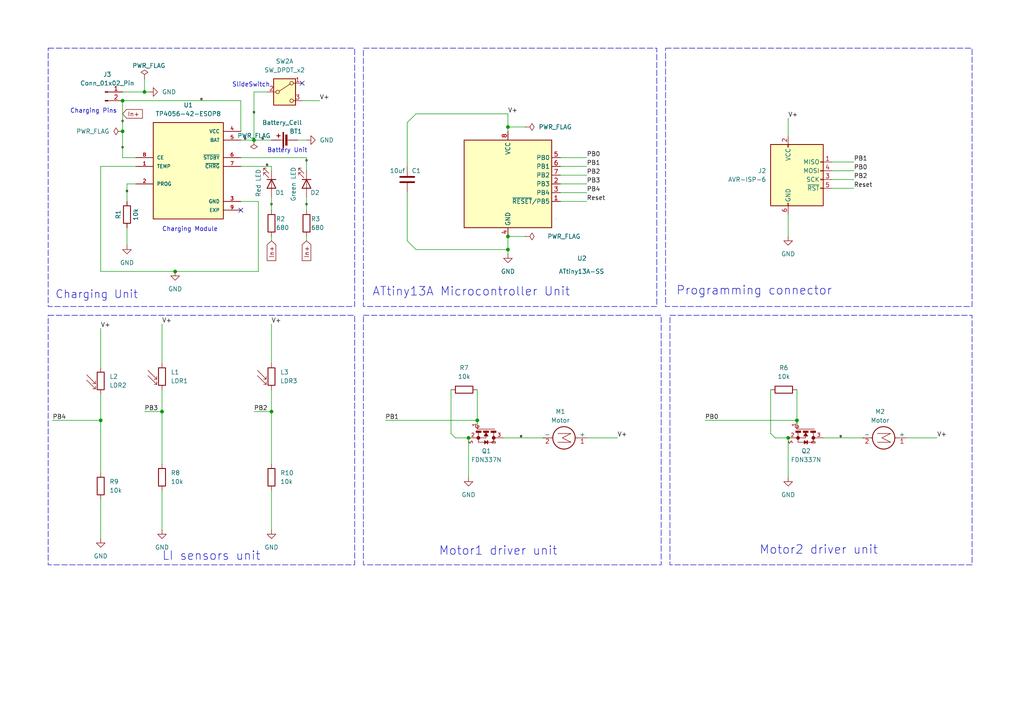
<source format=kicad_sch>
(kicad_sch (version 20231120) (generator "eeschema") (generator_version "8.0")
  (paper "A4")
  (lib_symbols
    (symbol "Connector:AVR-ISP-6" (pin_names (offset 1.016))
      (property "Reference" "J" (at -6.35 11.43 0))
      (property "Value" "AVR-ISP-6" (at 0 11.43 0))
      (symbol "AVR-ISP-6_0_1"
        (rectangle (start -2.667 -6.858) (end -2.413 -7.62))
        (rectangle (start -2.667 10.16) (end -2.413 9.398))
        (rectangle (start 7.62 -2.413) (end 6.858 -2.667))
        (rectangle (start 7.62 0.127) (end 6.858 -0.127))
        (rectangle (start 7.62 2.667) (end 6.858 2.413))
        (rectangle (start 7.62 5.207) (end 6.858 4.953))
        (rectangle (start 7.62 10.16) (end -7.62 -7.62) (stroke (width 0.254)) (fill (type background)))
      )
      (symbol "AVR-ISP-6_1_1"
        (pin passive line (at 10.16 5.08 180) (length 2.54) (name "MISO") (number "1"))
        (pin passive line (at -2.54 12.7 270) (length 2.54) (name "VCC") (number "2"))
        (pin passive line (at 10.16 0 180) (length 2.54) (name "SCK") (number "3"))
        (pin passive line (at 10.16 2.54 180) (length 2.54) (name "MOSI") (number "4"))
        (pin passive line (at 10.16 -2.54 180) (length 2.54) (name "~{RST}") (number "5"))
        (pin passive line (at -2.54 -10.16 90) (length 2.54) (name "GND") (number "6"))
      )
    )
    (symbol "Connector:Conn_01x02_Pin" (pin_names (offset 1.016) hide)
      (property "Reference" "J" (at 0 2.54 0))
      (property "Value" "Conn_01x02_Pin" (at 0 -5.08 0))
      (symbol "Conn_01x02_Pin_1_1"
        (polyline (pts (xy 1.27 -2.54) (xy 0.8636 -2.54)) (stroke (width 0.1524)))
        (polyline (pts (xy 1.27 0) (xy 0.8636 0)) (stroke (width 0.1524)))
        (rectangle (start 0.8636 -2.413) (end 0 -2.667) (stroke (width 0.1524)) (fill (type outline)))
        (rectangle (start 0.8636 0.127) (end 0 -0.127) (stroke (width 0.1524)) (fill (type outline)))
        (pin passive line (at 5.08 0 180) (length 3.81) (name "Pin_1") (number "1"))
        (pin passive line (at 5.08 -2.54 180) (length 3.81) (name "Pin_2") (number "2"))
      )
    )
    (symbol "Device:Battery_Cell" (pin_numbers hide) (pin_names (offset 0) hide)
      (property "Reference" "BT" (at 2.54 2.54 0))
      (property "Value" "Battery_Cell" (at 2.54 0 0))
      (symbol "Battery_Cell_0_1"
        (rectangle (start -2.286 1.778) (end 2.286 1.524) (fill (type outline)))
        (rectangle (start -1.524 1.016) (end 1.524 0.508) (fill (type outline)))
        (polyline (pts (xy 0 0.762) (xy 0 0)))
        (polyline (pts (xy 0 1.778) (xy 0 2.54)))
        (polyline (pts (xy 0.762 3.048) (xy 1.778 3.048)) (stroke (width 0.254)))
        (polyline (pts (xy 1.27 3.556) (xy 1.27 2.54)) (stroke (width 0.254)))
      )
      (symbol "Battery_Cell_1_1"
        (pin passive line (at 0 5.08 270) (length 2.54) (name "+") (number "1"))
        (pin passive line (at 0 -2.54 90) (length 2.54) (name "-") (number "2"))
      )
    )
    (symbol "Device:C" (pin_numbers hide) (pin_names (offset 0.254))
      (property "Reference" "C" (at 0.635 2.54 0))
      (property "Value" "C" (at 0.635 -2.54 0))
      (symbol "C_0_1"
        (polyline (pts (xy -2.032 -0.762) (xy 2.032 -0.762)) (stroke (width 0.508)))
        (polyline (pts (xy -2.032 0.762) (xy 2.032 0.762)) (stroke (width 0.508)))
      )
      (symbol "C_1_1"
        (pin passive line (at 0 3.81 270) (length 2.794) (name "~") (number "1"))
        (pin passive line (at 0 -3.81 90) (length 2.794) (name "~") (number "2"))
      )
    )
    (symbol "Device:LED" (pin_numbers hide) (pin_names (offset 1.016) hide)
      (property "Reference" "D" (at 0 2.54 0))
      (property "Value" "LED" (at 0 -2.54 0))
      (symbol "LED_0_1"
        (polyline (pts (xy -1.27 -1.27) (xy -1.27 1.27)) (stroke (width 0.254)))
        (polyline (pts (xy -1.27 0) (xy 1.27 0)))
        (polyline (pts (xy 1.27 -1.27) (xy 1.27 1.27) (xy -1.27 0) (xy 1.27 -1.27)) (stroke (width 0.254)))
        (polyline (pts (xy -3.048 -0.762) (xy -4.572 -2.286) (xy -3.81 -2.286) (xy -4.572 -2.286) (xy -4.572 -1.524)))
        (polyline (pts (xy -1.778 -0.762) (xy -3.302 -2.286) (xy -2.54 -2.286) (xy -3.302 -2.286) (xy -3.302 -1.524)))
      )
      (symbol "LED_1_1"
        (pin passive line (at -3.81 0 0) (length 2.54) (name "K") (number "1"))
        (pin passive line (at 3.81 0 180) (length 2.54) (name "A") (number "2"))
      )
    )
    (symbol "Device:R" (pin_numbers hide) (pin_names (offset 0))
      (property "Reference" "R" (at 2.032 0 90))
      (property "Value" "R" (at 0 0 90))
      (symbol "R_0_1"
        (rectangle (start -1.016 -2.54) (end 1.016 2.54) (stroke (width 0.254)))
      )
      (symbol "R_1_1"
        (pin passive line (at 0 3.81 270) (length 1.27) (name "~") (number "1"))
        (pin passive line (at 0 -3.81 90) (length 1.27) (name "~") (number "2"))
      )
    )
    (symbol "FDN337N_1" (pin_names (offset 1.016))
      (property "Reference" "Q" (at 2.5449 0 0))
      (property "Value" "FDN337N" (at 2.5436 -2.5436 0))
      (symbol "FDN337N_1_0_0"
        (rectangle (start -2.0351 -2.9254) (end -1.524 -1.397) (stroke (width 0.1)) (fill (type outline)))
        (rectangle (start -2.0346 -0.763) (end -1.524 0.762) (stroke (width 0.1)) (fill (type outline)))
        (rectangle (start -2.0321 1.3971) (end -1.524 2.921) (stroke (width 0.1)) (fill (type outline)))
        (circle (center 0 -2.2225) (radius 0.127) (stroke (width 0.4064)))
        (polyline (pts (xy -2.54 -2.54) (xy -2.54 2.54)) (stroke (width 0.1524)))
        (polyline (pts (xy -1.5875 -2.2225) (xy 0 -2.2225)) (stroke (width 0.1524)))
        (polyline (pts (xy -1.5875 2.2225) (xy 0 2.2225)) (stroke (width 0.1524)))
        (polyline (pts (xy -0.508 0) (xy 0 0)) (stroke (width 0.1524)))
        (polyline (pts (xy 0 -2.2225) (xy 0 -2.54)) (stroke (width 0.1524)))
        (polyline (pts (xy 0 0) (xy 0 -2.2225)) (stroke (width 0.1524)))
        (polyline (pts (xy 0 2.2225) (xy 1.27 2.2225)) (stroke (width 0.1524)))
        (polyline (pts (xy 0 2.54) (xy 0 2.2225)) (stroke (width 0.1524)))
        (polyline (pts (xy 1.27 -2.2225) (xy 0 -2.2225)) (stroke (width 0.1524)))
        (polyline (pts (xy 1.27 2.2225) (xy 1.27 -2.2225)) (stroke (width 0.1524)))
        (polyline (pts (xy -1.524 0) (xy -0.508 0.635) (xy -0.508 -0.635) (xy -1.524 0)) (stroke (width 0.1016)) (fill (type outline)))
        (polyline (pts (xy 1.27 0.3175) (xy 0.762 -0.4445) (xy 1.778 -0.4445) (xy 1.27 0.3175)) (stroke (width 0.1524)) (fill (type outline)))
        (circle (center 0 2.2225) (radius 0.127) (stroke (width 0.4064)))
        (rectangle (start 0.7624 0.3177) (end 1.778 0.5715) (stroke (width 0.1)) (fill (type outline)))
        (text "D" (at 0.6358 2.8612 0) (effects (font (size 1.0173 1.0173)) (justify left bottom)))
        (text "G" (at -3.8161 -1.908 0) (effects (font (size 1.0176 1.0176)) (justify left bottom)))
        (text "S" (at 0.6357 -3.8143 0) (effects (font (size 1.0172 1.0172)) (justify left bottom)))
        (pin passive line (at -5.08 -2.54 0) (length 2.54) (name "~") (number "1"))
        (pin passive line (at 0 -5.08 90) (length 2.54) (name "~") (number "2"))
        (pin passive line (at 0 5.08 270) (length 2.54) (name "~") (number "3"))
      )
    )
    (symbol "MCU_Microchip_ATtiny:ATtiny13A-SS"
      (property "Reference" "U" (at -12.7 13.97 0))
      (property "Value" "ATtiny13A-SS" (at 2.54 -13.97 0))
      (symbol "ATtiny13A-SS_0_1"
        (rectangle (start -12.7 -12.7) (end 12.7 12.7) (stroke (width 0.254)) (fill (type background)))
      )
      (symbol "ATtiny13A-SS_1_1"
        (pin bidirectional line (at 15.24 -5.08 180) (length 2.54) (name "~{RESET}/PB5") (number "1"))
        (pin bidirectional line (at 15.24 0 180) (length 2.54) (name "PB3") (number "2"))
        (pin bidirectional line (at 15.24 -2.54 180) (length 2.54) (name "PB4") (number "3"))
        (pin power_in line (at 0 -15.24 90) (length 2.54) (name "GND") (number "4"))
        (pin bidirectional line (at 15.24 7.62 180) (length 2.54) (name "PB0") (number "5"))
        (pin bidirectional line (at 15.24 5.08 180) (length 2.54) (name "PB1") (number "6"))
        (pin bidirectional line (at 15.24 2.54 180) (length 2.54) (name "PB2") (number "7"))
        (pin power_in line (at 0 15.24 270) (length 2.54) (name "VCC") (number "8"))
      )
    )
    (symbol "Motor:Motor_DC" (pin_names (offset 0))
      (property "Reference" "M" (at 2.54 2.54 0))
      (property "Value" "Motor_DC" (at 2.54 -5.08 0))
      (symbol "Motor_DC_0_0"
        (polyline (pts (xy -1.27 -3.302) (xy -1.27 0.508) (xy 0 -2.032) (xy 1.27 0.508) (xy 1.27 -3.302)))
      )
      (symbol "Motor_DC_0_1"
        (circle (center 0 -1.524) (radius 3.2512) (stroke (width 0.254)))
        (polyline (pts (xy 0 -7.62) (xy 0 -7.112)))
        (polyline (pts (xy 0 -4.7752) (xy 0 -5.1816)))
        (polyline (pts (xy 0 1.7272) (xy 0 2.0828)))
        (polyline (pts (xy 0 2.032) (xy 0 2.54)))
      )
      (symbol "Motor_DC_1_1"
        (pin passive line (at 0 5.08 270) (length 2.54) (name "+") (number "1"))
        (pin passive line (at 0 -7.62 90) (length 2.54) (name "-") (number "2"))
      )
    )
    (symbol "Sensor_Optical:LDR07" (pin_numbers hide) (pin_names (offset 0))
      (property "Reference" "R" (at -5.08 0 90))
      (property "Value" "LDR07" (at 1.905 0 90))
      (symbol "LDR07_0_1"
        (rectangle (start -1.016 2.54) (end 1.016 -2.54) (stroke (width 0.254)))
        (polyline (pts (xy -1.524 -2.286) (xy -4.064 0.254)))
        (polyline (pts (xy -1.524 -2.286) (xy -2.286 -2.286)))
        (polyline (pts (xy -1.524 -2.286) (xy -1.524 -1.524)))
        (polyline (pts (xy -1.524 -0.762) (xy -4.064 1.778)))
        (polyline (pts (xy -1.524 -0.762) (xy -2.286 -0.762)))
        (polyline (pts (xy -1.524 -0.762) (xy -1.524 0)))
      )
      (symbol "LDR07_1_1"
        (pin passive line (at 0 3.81 270) (length 1.27) (name "~") (number "1"))
        (pin passive line (at 0 -3.81 90) (length 1.27) (name "~") (number "2"))
      )
    )
    (symbol "Switch:SW_DPDT_x2" (pin_names (offset 0) hide)
      (property "Reference" "SW" (at 0 5.08 0))
      (property "Value" "SW_DPDT_x2" (at 0 -5.08 0))
      (symbol "SW_DPDT_x2_0_0"
        (circle (center -2.032 0) (radius 0.508))
        (circle (center 2.032 -2.54) (radius 0.508))
      )
      (symbol "SW_DPDT_x2_0_1"
        (rectangle (start -3.175 3.81) (end 3.175 -3.81) (stroke (width 0.254)) (fill (type background)))
        (polyline (pts (xy -1.524 0.254) (xy 1.5748 2.286)))
        (circle (center 2.032 2.54) (radius 0.508))
      )
      (symbol "SW_DPDT_x2_1_1"
        (pin passive line (at 5.08 2.54 180) (length 2.54) (name "A") (number "1"))
        (pin passive line (at -5.08 0 0) (length 2.54) (name "B") (number "2"))
        (pin passive line (at 5.08 -2.54 180) (length 2.54) (name "C") (number "3"))
      )
      (symbol "SW_DPDT_x2_2_1"
        (pin passive line (at 5.08 2.54 180) (length 2.54) (name "A") (number "4"))
        (pin passive line (at -5.08 0 0) (length 2.54) (name "B") (number "5"))
        (pin passive line (at 5.08 -2.54 180) (length 2.54) (name "C") (number "6"))
      )
    )
    (symbol "TP4056-42-ESOP8:TP4056-42-ESOP8" (pin_names (offset 1.016))
      (property "Reference" "U" (at -10.16 16.002 0))
      (property "Value" "TP4056-42-ESOP8" (at -10.16 -15.24 0))
      (symbol "TP4056-42-ESOP8_0_0"
        (rectangle (start -10.16 -12.7) (end 10.16 15.24) (stroke (width 0.254)) (fill (type background)))
        (pin input line (at -15.24 2.54 0) (length 5.08) (name "TEMP") (number "1"))
        (pin passive line (at -15.24 -2.54 0) (length 5.08) (name "PROG") (number "2"))
        (pin power_in line (at 15.24 -7.62 180) (length 5.08) (name "GND") (number "3"))
        (pin power_in line (at 15.24 12.7 180) (length 5.08) (name "VCC") (number "4"))
        (pin power_in line (at 15.24 10.16 180) (length 5.08) (name "BAT") (number "5"))
        (pin output line (at 15.24 5.08 180) (length 5.08) (name "~{STDBY}") (number "6"))
        (pin output line (at 15.24 2.54 180) (length 5.08) (name "~{CHRG}") (number "7"))
        (pin input line (at -15.24 5.08 0) (length 5.08) (name "CE") (number "8"))
        (pin passive line (at 15.24 -10.16 180) (length 5.08) (name "EXP") (number "9"))
      )
    )
    (symbol "power:GND" (power) (pin_names (offset 0))
      (property "Value" "GND" (at 0 -3.81 0))
      (symbol "GND_0_1"
        (polyline (pts (xy 0 0) (xy 0 -1.27) (xy 1.27 -1.27) (xy 0 -2.54) (xy -1.27 -1.27) (xy 0 -1.27)))
      )
      (symbol "GND_1_1"
        (pin power_in line (at 0 0 270) (length 0) hide (name "GND") (number "1"))
      )
    )
    (symbol "power:PWR_FLAG" (power) (pin_numbers hide) (pin_names (offset 0) hide)
      (property "Value" "PWR_FLAG" (at 0 3.81 0))
      (symbol "PWR_FLAG_0_0"
        (pin power_out line (at 0 0 90) (length 0) (name "pwr") (number "1"))
      )
      (symbol "PWR_FLAG_0_1"
        (polyline (pts (xy 0 0) (xy 0 1.27) (xy -1.016 1.905) (xy 0 2.54) (xy 1.016 1.905) (xy 0 1.27)))
      )
    )
  )
  (junction (at 135.89 127))
  (junction (at 147.32 72.39))
  (junction (at 147.32 36.83))
  (junction (at 29.21 121.92))
  (junction (at 35.56 29.21))
  (junction (at 231.14 121.92))
  (junction (at 147.32 68.58))
  (junction (at 50.8 78.74))
  (junction (at 41.91 26.67))
  (junction (at 228.6 127))
  (junction (at 46.99 119.38))
  (junction (at 35.56 38.1))
  (junction (at 138.43 121.92))
  (junction (at 73.66 40.64))
  (junction (at 78.74 119.38))
  (no_connect (at 69.85 60.96))
  (no_connect (at 87.63 24.13))
  (wire (pts (xy 87.63 29.21) (xy 92.71 29.21)))
  (wire (pts (xy 135.89 127) (xy 135.89 138.43)))
  (wire (pts (xy 46.99 93.98) (xy 46.99 105.41)))
  (wire (pts (xy 241.3 54.61) (xy 247.65 54.61)))
  (wire (pts (xy 231.14 113.03) (xy 231.14 121.92)))
  (wire (pts (xy 50.8 78.74) (xy 74.93 78.74)))
  (wire (pts (xy 41.91 22.86) (xy 41.91 26.67)))
  (wire (pts (xy 146.05 127) (xy 157.48 127)))
  (wire (pts (xy 78.74 113.03) (xy 78.74 119.38)))
  (wire (pts (xy 39.37 53.34) (xy 36.83 53.34)))
  (wire (pts (xy 88.9 57.15) (xy 88.9 60.96)))
  (wire (pts (xy 74.93 78.74) (xy 74.93 58.42)))
  (wire (pts (xy 162.56 58.42) (xy 170.18 58.42)))
  (wire (pts (xy 29.21 95.25) (xy 29.21 106.68)))
  (wire (pts (xy 120.65 33.02) (xy 147.32 33.02)))
  (wire (pts (xy 231.14 121.92) (xy 231.14 123.19)))
  (wire (pts (xy 78.74 68.58) (xy 78.74 69.85)))
  (wire (pts (xy 73.66 119.38) (xy 78.74 119.38)))
  (wire (pts (xy 29.21 121.92) (xy 29.21 137.16)))
  (wire (pts (xy 228.6 62.23) (xy 228.6 68.58)))
  (wire (pts (xy 111.76 121.92) (xy 138.43 121.92)))
  (wire (pts (xy 77.47 26.67) (xy 73.66 26.67)))
  (wire (pts (xy 223.52 113.03) (xy 223.52 125.73)))
  (wire (pts (xy 29.21 48.26) (xy 29.21 78.74)))
  (wire (pts (xy 86.36 40.64) (xy 88.9 40.64)))
  (wire (pts (xy 88.9 45.72) (xy 88.9 49.53)))
  (wire (pts (xy 35.56 45.72) (xy 35.56 38.1)))
  (wire (pts (xy 88.9 68.58) (xy 88.9 69.85)))
  (wire (pts (xy 46.99 113.03) (xy 46.99 119.38)))
  (wire (pts (xy 46.99 142.24) (xy 46.99 153.67)))
  (wire (pts (xy 69.85 48.26) (xy 78.74 48.26)))
  (wire (pts (xy 170.18 127) (xy 179.07 127)))
  (wire (pts (xy 41.91 119.38) (xy 46.99 119.38)))
  (wire (pts (xy 147.32 36.83) (xy 152.4 36.83)))
  (wire (pts (xy 69.85 40.64) (xy 73.66 40.64)))
  (wire (pts (xy 138.43 113.03) (xy 138.43 121.92)))
  (wire (pts (xy 224.79 127) (xy 228.6 127)))
  (wire (pts (xy 35.56 26.67) (xy 41.91 26.67)))
  (wire (pts (xy 147.32 68.58) (xy 147.32 72.39)))
  (wire (pts (xy 138.43 121.92) (xy 138.43 123.19)))
  (wire (pts (xy 69.85 45.72) (xy 88.9 45.72)))
  (wire (pts (xy 228.6 127) (xy 228.6 138.43)))
  (wire (pts (xy 39.37 48.26) (xy 29.21 48.26)))
  (wire (pts (xy 162.56 55.88) (xy 170.18 55.88)))
  (wire (pts (xy 36.83 53.34) (xy 36.83 58.42)))
  (wire (pts (xy 78.74 142.24) (xy 78.74 153.67)))
  (wire (pts (xy 29.21 78.74) (xy 50.8 78.74)))
  (wire (pts (xy 162.56 48.26) (xy 170.18 48.26)))
  (wire (pts (xy 73.66 26.67) (xy 73.66 40.64)))
  (wire (pts (xy 162.56 53.34) (xy 170.18 53.34)))
  (wire (pts (xy 78.74 48.26) (xy 78.74 49.53)))
  (wire (pts (xy 162.56 50.8) (xy 170.18 50.8)))
  (wire (pts (xy 132.08 127) (xy 135.89 127)))
  (wire (pts (xy 147.32 33.02) (xy 147.32 36.83)))
  (wire (pts (xy 241.3 52.07) (xy 247.65 52.07)))
  (wire (pts (xy 118.11 35.56) (xy 118.11 48.26)))
  (wire (pts (xy 36.83 66.04) (xy 36.83 71.12)))
  (wire (pts (xy 147.32 68.58) (xy 152.4 68.58)))
  (wire (pts (xy 204.47 121.92) (xy 231.14 121.92)))
  (wire (pts (xy 69.85 29.21) (xy 35.56 29.21)))
  (wire (pts (xy 74.93 58.42) (xy 69.85 58.42)))
  (wire (pts (xy 73.66 40.64) (xy 78.74 40.64)))
  (wire (pts (xy 69.85 38.1) (xy 69.85 29.21)))
  (wire (pts (xy 78.74 93.98) (xy 78.74 105.41)))
  (wire (pts (xy 15.24 121.92) (xy 29.21 121.92)))
  (wire (pts (xy 147.32 72.39) (xy 147.32 73.66)))
  (wire (pts (xy 262.89 127) (xy 271.78 127)))
  (wire (pts (xy 41.91 26.67) (xy 43.18 26.67)))
  (wire (pts (xy 130.81 113.03) (xy 130.81 125.73)))
  (wire (pts (xy 118.11 55.88) (xy 118.11 69.85)))
  (wire (pts (xy 78.74 57.15) (xy 78.74 60.96)))
  (wire (pts (xy 162.56 45.72) (xy 170.18 45.72)))
  (wire (pts (xy 118.11 35.56) (xy 120.65 33.02)))
  (wire (pts (xy 29.21 114.3) (xy 29.21 121.92)))
  (wire (pts (xy 238.76 127) (xy 250.19 127)))
  (wire (pts (xy 35.56 38.1) (xy 35.56 29.21)))
  (wire (pts (xy 39.37 45.72) (xy 35.56 45.72)))
  (wire (pts (xy 118.11 69.85) (xy 120.65 72.39)))
  (wire (pts (xy 78.74 119.38) (xy 78.74 134.62)))
  (wire (pts (xy 130.81 125.73) (xy 132.08 127)))
  (wire (pts (xy 29.21 144.78) (xy 29.21 156.21)))
  (wire (pts (xy 147.32 36.83) (xy 147.32 38.1)))
  (wire (pts (xy 223.52 125.73) (xy 224.79 127)))
  (wire (pts (xy 228.6 34.29) (xy 228.6 39.37)))
  (wire (pts (xy 241.3 46.99) (xy 247.65 46.99)))
  (wire (pts (xy 46.99 119.38) (xy 46.99 134.62)))
  (wire (pts (xy 120.65 72.39) (xy 147.32 72.39)))
  (wire (pts (xy 241.3 49.53) (xy 247.65 49.53)))
  (rectangle (start 194.31 91.44) (end 281.94 163.83) (stroke (width 0) (type dash)))
  (rectangle (start 13.97 91.44) (end 102.87 163.83) (stroke (width 0) (type dash)))
  (rectangle (start 161.29 63.5) (end 161.29 63.5))
  (rectangle (start 13.97 13.97) (end 102.87 88.9) (stroke (width 0) (type dash)))
  (rectangle (start 193.04 13.97) (end 281.94 88.9) (stroke (width 0) (type dash)))
  (rectangle (start 105.41 13.97) (end 190.5 88.9) (stroke (width 0) (type dash)))
  (rectangle (start 105.41 91.44) (end 191.77 163.83) (stroke (width 0) (type dash)))
  (rectangle (start 59.69 63.5) (end 59.69 63.5))
  (text "Programming connector\n" (at 196.088 85.852 0) (effects (font (size 2.5 2.5)) (justify left bottom)))
  (text "Charging Unit" (at 16.002 86.868 0) (effects (font (size 2.3 2.3)) (justify left bottom)))
  (text "Motor2 driver unit\n" (at 220.218 161.036 0) (effects (font (size 2.5 2.5)) (justify left bottom)))
  (text "ATtiny13A Microcontroller Unit\n\n" (at 107.95 90.17 0) (effects (font (size 2.5 2.5)) (justify left bottom)))
  (text "LI sensors unit" (at 46.99 162.814 0) (effects (font (size 2.5 2.5)) (justify left bottom)))
  (text "Charging Module\n" (at 46.99 67.31 0) (effects (font (size 1.27 1.27)) (justify left bottom)))
  (text "SlideSwitch" (at 67.31 25.4 0) (effects (font (size 1.27 1.27)) (justify left bottom)))
  (text "Battery Unit\n" (at 77.47 44.45 0) (effects (font (size 1.27 1.27)) (justify left bottom)))
  (text "Motor1 driver unit\n\n" (at 127.254 165.354 0) (effects (font (size 2.5 2.5)) (justify left bottom)))
  (text "Charging Pins" (at 20.32 33.02 0) (effects (font (size 1.27 1.27)) (justify left bottom)))
  (label "PB3" (at 41.91 119.38 0))
  (label "V+" (at 271.78 127 0))
  (label "V+" (at 228.6 34.29 0))
  (label "V+" (at 92.71 29.21 0))
  (label "V+" (at 179.07 127 0))
  (label "PB1" (at 111.76 121.92 0))
  (label "Reset" (at 247.65 54.61 0))
  (label "PB0" (at 204.47 121.92 0))
  (label "PB0" (at 170.18 45.72 0))
  (label "PB3" (at 170.18 53.34 0))
  (label "V+" (at 78.74 93.98 0))
  (label "V+" (at 29.21 95.25 0))
  (label "PB2" (at 73.66 119.38 0))
  (label "Reset" (at 170.18 58.42 0))
  (label "PB4" (at 170.18 55.88 0))
  (label "PB4" (at 15.24 121.92 0))
  (label "PB1" (at 247.65 46.99 0))
  (label "V+" (at 147.32 33.02 0))
  (label "PB1" (at 170.18 48.26 0))
  (label "PB2" (at 170.18 50.8 0))
  (label "PB2" (at 247.65 52.07 0))
  (label "V+" (at 46.99 93.98 0))
  (label "PB0" (at 247.65 49.53 0))
  (global_label "In+" (shape input) (at 78.74 69.85 270) (property "Intersheetrefs" "${INTERSHEET_REFS}" (effects (hide yes))))
  (global_label "In+" (shape input) (at 88.9 69.85 270) (property "Intersheetrefs" "${INTERSHEET_REFS}" (effects (hide yes))))
  (global_label "In+" (shape input) (at 35.56 33.02 0) (property "Intersheetrefs" "${INTERSHEET_REFS}" (effects (hide yes))))
  (netclass_flag "" (length 0.5) (shape dot) (at 58.42 29.21 0) (property "Netclass" "power" (effects (hide yes))))
  (netclass_flag "" (length 0.5) (shape dot) (at 71.12 40.64 0) (property "Netclass" "power" (effects (hide yes))))
  (netclass_flag "" (length 0.5) (shape dot) (at 35.56 43.18 0) (property "Netclass" "power" (effects (hide yes))))
  (netclass_flag "" (length 0.5) (shape dot) (at 243.84 127 0) (property "Netclass" "signal" (effects (hide yes))))
  (netclass_flag "" (length 0.5) (shape dot) (at 88.9 46.99 0) (property "Netclass" "signal" (effects (hide yes))))
  (netclass_flag "" (length 0.5) (shape dot) (at 73.66 33.02 0) (property "Netclass" "power" (effects (hide yes))))
  (netclass_flag "" (length 0.5) (shape dot) (at 78.74 59.69 0) (property "Netclass" "signal" (effects (hide yes))))
  (netclass_flag "" (length 0.5) (shape dot) (at 77.47 48.26 0) (property "Netclass" "signal" (effects (hide yes))))
  (netclass_flag "" (length 0.5) (shape dot) (at 151.13 127 0) (property "Netclass" "signal" (effects (hide yes))))
  (netclass_flag "" (length 0.5) (shape dot) (at 76.2 40.64 0) (property "Netclass" "power" (effects (hide yes))))
  (netclass_flag "" (length 0.5) (shape dot) (at 88.9 59.69 0) (property "Netclass" "signal" (effects (hide yes))))
  (netclass_flag "" (length 0.5) (shape dot) (at 36.83 55.88 0) (property "Netclass" "signal" (effects (hide yes))))
  (netclass_flag "" (length 0.5) (shape dot) (at 35.56 35.56 0) (property "Netclass" "power" (effects (hide yes))))
  (symbol (lib_id "Device:R") (at 88.9 64.77 0) (unit 1)
    (property "Reference" "R3" (at 90.17 63.5 0) (effects (justify left)))
    (property "Value" "680" (at 90.17 66.04 0) (effects (justify left)))
    (property "Footprint" "Resistor_SMD:R_0805_2012Metric_Pad1.20x1.40mm_HandSolder" (effects (hide yes)))
  )
  (symbol (lib_id "power:GND") (at 228.6 138.43 0) (unit 1)
    (property "Reference" "#PWR03" (effects (hide yes)))
    (property "Value" "GND" (at 228.6 143.51 0))
  )
  (symbol (lib_id "Device:R") (at 78.74 64.77 0) (unit 1)
    (property "Reference" "R2" (at 80.01 63.5 0) (effects (justify left)))
    (property "Value" "680" (at 80.01 66.04 0) (effects (justify left)))
    (property "Footprint" "Resistor_SMD:R_0805_2012Metric_Pad1.20x1.40mm_HandSolder" (effects (hide yes)))
  )
  (symbol (lib_id "Device:R") (at 46.99 138.43 0) (unit 1)
    (property "Reference" "R8" (at 49.53 137.16 0) (effects (justify left)))
    (property "Value" "10k" (at 49.53 139.7 0) (effects (justify left)))
    (property "Footprint" "Resistor_SMD:R_0805_2012Metric_Pad1.20x1.40mm_HandSolder" (effects (hide yes)))
  )
  (symbol (lib_id "power:GND") (at 135.89 138.43 0) (unit 1)
    (property "Reference" "#PWR010" (effects (hide yes)))
    (property "Value" "GND" (at 135.89 143.51 0))
  )
  (symbol (lib_id "power:GND") (at 46.99 153.67 0) (unit 1)
    (property "Reference" "#PWR011" (effects (hide yes)))
    (property "Value" "GND" (at 46.99 158.75 0))
  )
  (symbol (lib_id "MCU_Microchip_ATtiny:ATtiny13A-SS") (at 147.32 53.34 0) (unit 1)
    (property "Reference" "U2" (at 170.18 74.93 0) (effects (justify right)))
    (property "Value" "ATtiny13A-SS" (at 175.26 78.74 0) (effects (justify right)))
    (property "Footprint" "ATTINY13A-SSU:SOIC127P798X216-8N" (effects (hide yes)))
    (property "Datasheet" "http://ww1.microchip.com/downloads/en/DeviceDoc/doc8126.pdf" (effects (hide yes)))
  )
  (symbol (lib_id "power:GND") (at 29.21 156.21 0) (unit 1)
    (property "Reference" "#PWR012" (effects (hide yes)))
    (property "Value" "GND" (at 29.21 161.29 0))
  )
  (symbol (lib_id "Device:LED") (at 78.74 53.34 270) (unit 1)
    (property "Reference" "D1" (at 82.55 55.88 90) (effects (justify right)))
    (property "Value" "Red LED" (at 74.93 57.15 0) (effects (justify right)))
    (property "Footprint" "LED_SMD:LED_0805_2012Metric_Pad1.15x1.40mm_HandSolder" (effects (hide yes)))
  )
  (symbol (lib_id "Switch:SW_DPDT_x2") (at 82.55 26.67 0) (unit 1)
    (property "Reference" "SW2" (at 82.55 17.78 0))
    (property "Value" "SW_DPDT_x2" (at 82.55 20.32 0))
    (property "Footprint" "SwitchFootPrint_THT:Switch" (effects (hide yes)))
  )
  (symbol (lib_id "Device:R") (at 227.33 113.03 90) (unit 1)
    (property "Reference" "R6" (at 227.33 106.68 90))
    (property "Value" "10k" (at 227.33 109.22 90))
    (property "Footprint" "Resistor_SMD:R_0805_2012Metric_Pad1.20x1.40mm_HandSolder" (effects (hide yes)))
  )
  (symbol (lib_id "power:GND") (at 43.18 26.67 90) (unit 1)
    (property "Reference" "#PWR013" (effects (hide yes)))
    (property "Value" "GND" (at 46.99 26.6699 90) (effects (justify right)))
  )
  (symbol (lib_id "Device:R") (at 78.74 138.43 0) (unit 1)
    (property "Reference" "R10" (at 81.28 137.16 0) (effects (justify left)))
    (property "Value" "10k" (at 81.28 139.7 0) (effects (justify left)))
    (property "Footprint" "Resistor_SMD:R_0805_2012Metric_Pad1.20x1.40mm_HandSolder" (effects (hide yes)))
  )
  (symbol (lib_id "power:PWR_FLAG") (at 152.4 68.58 270) (unit 1)
    (property "Reference" "#FLG03" (effects (hide yes)))
    (property "Value" "PWR_FLAG" (at 158.75 68.58 90) (effects (justify left)))
  )
  (symbol (lib_id "power:PWR_FLAG") (at 35.56 38.1 90) (unit 1)
    (property "Reference" "#FLG01" (effects (hide yes)))
    (property "Value" "PWR_FLAG" (at 31.75 38.1 90) (effects (justify left)))
  )
  (symbol (lib_id "power:PWR_FLAG") (at 152.4 36.83 270) (unit 1)
    (property "Reference" "#FLG02" (effects (hide yes)))
    (property "Value" "PWR_FLAG" (at 156.21 36.83 90) (effects (justify left)))
  )
  (symbol (lib_name "FDN337N_1") (lib_id "FDN337N:FDN337N") (at 233.68 127 270) (unit 1)
    (property "Reference" "Q2" (at 233.784 130.81 90))
    (property "Value" "FDN337N" (at 233.784 133.35 90))
    (property "Footprint" "FDN337N:SSOT-3" (effects (hide yes)))
    (property "Description" "\nN-Channel 30V 2.2A (Ta) 500mW (Ta) Surface Mount SuperSOT-3\n" (effects (hide yes)))
    (property "MF" "ON Semiconductor" (effects (hide yes)))
    (property "Package" "TO-236-3 ON" (effects (hide yes)))
    (property "Price" "None" (effects (hide yes)))
    (property "SnapEDA_Link" "https://www.snapeda.com/parts/FDN337N/Onsemi/view-part/?ref=snap" (effects (hide yes)))
    (property "MP" "FDN337N" (effects (hide yes)))
    (property "Availability" "In Stock" (effects (hide yes)))
    (property "Check_prices" "https://www.snapeda.com/parts/FDN337N/Onsemi/view-part/?ref=eda" (effects (hide yes)))
  )
  (symbol (lib_id "Device:LED") (at 88.9 53.34 270) (unit 1)
    (property "Reference" "D2" (at 92.71 55.88 90) (effects (justify right)))
    (property "Value" "Green LED" (at 85.09 58.42 0) (effects (justify right)))
    (property "Footprint" "LED_SMD:LED_0805_2012Metric_Pad1.15x1.40mm_HandSolder" (effects (hide yes)))
  )
  (symbol (lib_id "Connector:AVR-ISP-6") (at 231.14 52.07 0) (unit 1)
    (property "Reference" "J2" (at 222.25 49.53 0) (effects (justify right)))
    (property "Value" "AVR-ISP-6" (at 222.25 52.07 0) (effects (justify right)))
    (property "Footprint" "Connector_IDC:IDC-Header_2x03_P2.54mm_Vertical" (effects (hide yes)))
    (property "Datasheet" " ~" (effects (hide yes)))
  )
  (symbol (lib_id "Device:R") (at 36.83 62.23 0) (unit 1)
    (property "Reference" "R1" (at 34.29 62.23 90))
    (property "Value" "10k" (at 39.37 62.23 90))
    (property "Footprint" "Resistor_SMD:R_0805_2012Metric_Pad1.20x1.40mm_HandSolder" (effects (hide yes)))
  )
  (symbol (lib_id "Motor:Motor_DC") (at 257.81 127 270) (unit 1)
    (property "Reference" "M2" (at 255.27 119.38 90))
    (property "Value" "Motor" (at 255.27 121.92 90))
    (property "Footprint" "VibrationMotor_THT:VibrationMotor" (effects (hide yes)))
  )
  (symbol (lib_id "Sensor_Optical:LDR07") (at 78.74 109.22 0) (unit 1)
    (property "Reference" "L3" (at 81.28 107.95 0) (effects (justify left)))
    (property "Value" "LDR3" (at 81.28 110.49 0) (effects (justify left)))
    (property "Footprint" "OptoDevice:R_LDR_5.1x4.3mm_P3.4mm_Vertical" (effects (hide yes)))
    (property "Datasheet" "http://www.tme.eu/de/Document/f2e3ad76a925811312d226c31da4cd7e/LDR07.pdf" (effects (hide yes)))
  )
  (symbol (lib_id "Device:R") (at 29.21 140.97 0) (unit 1)
    (property "Reference" "R9" (at 31.75 139.7 0) (effects (justify left)))
    (property "Value" "10k" (at 31.75 142.24 0) (effects (justify left)))
    (property "Footprint" "Resistor_SMD:R_0805_2012Metric_Pad1.20x1.40mm_HandSolder" (effects (hide yes)))
  )
  (symbol (lib_id "Sensor_Optical:LDR07") (at 46.99 109.22 0) (unit 1)
    (property "Reference" "L1" (at 49.53 107.95 0) (effects (justify left)))
    (property "Value" "LDR1" (at 49.53 110.49 0) (effects (justify left)))
    (property "Footprint" "OptoDevice:R_LDR_5.1x4.3mm_P3.4mm_Vertical" (effects (hide yes)))
    (property "Datasheet" "http://www.tme.eu/de/Document/f2e3ad76a925811312d226c31da4cd7e/LDR07.pdf" (effects (hide yes)))
  )
  (symbol (lib_id "Device:C") (at 118.11 52.07 0) (unit 1)
    (property "Reference" "C1" (at 119.38 49.53 0) (effects (justify left)))
    (property "Value" "10uf" (at 113.03 49.53 0) (effects (justify left)))
    (property "Footprint" "Capacitor_SMD:C_0805_2012Metric_Pad1.18x1.45mm_HandSolder" (effects (hide yes)))
  )
  (symbol (lib_id "Motor:Motor_DC") (at 165.1 127 270) (unit 1)
    (property "Reference" "M1" (at 162.56 119.38 90))
    (property "Value" "Motor" (at 162.56 121.92 90))
    (property "Footprint" "VibrationMotor_THT:VibrationMotor" (effects (hide yes)))
  )
  (symbol (lib_id "power:PWR_FLAG") (at 41.91 22.86 0) (unit 1)
    (property "Reference" "#FLG05" (effects (hide yes)))
    (property "Value" "PWR_FLAG" (at 43.18 19.05 0))
  )
  (symbol (lib_id "TP4056-42-ESOP8:TP4056-42-ESOP8") (at 54.61 50.8 0) (unit 1)
    (property "Reference" "U1" (at 54.61 30.48 0))
    (property "Value" "TP4056-42-ESOP8" (at 54.61 33.02 0))
    (property "Footprint" "TP4056-42-ESOP8:SOIC127P600X175-9N" (effects (hide yes)))
    (property "Description" "\nTP4056-42-ESOP8 TP\n" (effects (hide yes)))
    (property "MF" "Lite-On Semiconductor" (effects (hide yes)))
    (property "MAXIMUM_PACKAGE_HEIGHT" "1.75mm" (effects (hide yes)))
    (property "Package" "None" (effects (hide yes)))
    (property "Price" "None" (effects (hide yes)))
    (property "Check_prices" "https://www.snapeda.com/parts/TP4056-42-ESOP8/Lite-On/view-part/?ref=eda" (effects (hide yes)))
    (property "STANDARD" "IPC-7351B" (effects (hide yes)))
    (property "PARTREV" "NA" (effects (hide yes)))
    (property "SnapEDA_Link" "https://www.snapeda.com/parts/TP4056-42-ESOP8/Lite-On/view-part/?ref=snap" (effects (hide yes)))
    (property "MP" "TP4056-42-ESOP8" (effects (hide yes)))
    (property "Availability" "Not in stock" (effects (hide yes)))
    (property "MANUFACTURER" "Top Power" (effects (hide yes)))
  )
  (symbol (lib_id "Sensor_Optical:LDR07") (at 29.21 110.49 0) (unit 1)
    (property "Reference" "L2" (at 31.75 109.22 0) (effects (justify left)))
    (property "Value" "LDR2" (at 31.75 111.76 0) (effects (justify left)))
    (property "Footprint" "OptoDevice:R_LDR_5.1x4.3mm_P3.4mm_Vertical" (effects (hide yes)))
    (property "Datasheet" "http://www.tme.eu/de/Document/f2e3ad76a925811312d226c31da4cd7e/LDR07.pdf" (effects (hide yes)))
  )
  (symbol (lib_id "power:GND") (at 228.6 68.58 0) (unit 1)
    (property "Reference" "#PWR09" (effects (hide yes)))
    (property "Value" "GND" (at 228.6 73.66 0))
  )
  (symbol (lib_id "Device:R") (at 134.62 113.03 90) (unit 1)
    (property "Reference" "R7" (at 134.62 106.68 90))
    (property "Value" "10k" (at 134.62 109.22 90))
    (property "Footprint" "Resistor_SMD:R_0805_2012Metric_Pad1.20x1.40mm_HandSolder" (effects (hide yes)))
  )
  (symbol (lib_id "Connector:Conn_01x02_Pin") (at 30.48 26.67 0) (unit 1)
    (property "Reference" "J3" (at 31.115 21.59 0))
    (property "Value" "Conn_01x02_Pin" (at 31.115 24.13 0))
    (property "Footprint" "Connector_PinHeader_2.54mm:PinHeader_1x02_P2.54mm_Vertical" (effects (hide yes)))
    (property "Description" "Generic connector, single row, 01x02, script generated" (effects (hide yes)))
  )
  (symbol (lib_id "Device:Battery_Cell") (at 83.82 40.64 90) (unit 1)
    (property "Reference" "BT1" (at 87.63 38.1 90) (effects (justify left)))
    (property "Value" "Battery_Cell" (at 87.63 35.56 90) (effects (justify left)))
    (property "Footprint" "BatteryHolder_THT:BatteryHolder_KP401020" (effects (hide yes)))
  )
  (symbol (lib_id "power:GND") (at 36.83 71.12 0) (unit 1)
    (property "Reference" "#PWR05" (effects (hide yes)))
    (property "Value" "GND" (at 36.83 76.2 0))
  )
  (symbol (lib_id "power:GND") (at 78.74 153.67 0) (unit 1)
    (property "Reference" "#PWR01" (effects (hide yes)))
    (property "Value" "GND" (at 78.74 158.75 0))
  )
  (symbol (lib_id "power:GND") (at 50.8 78.74 0) (unit 1)
    (property "Reference" "#PWR02" (effects (hide yes)))
    (property "Value" "GND" (at 50.8 83.82 0))
  )
  (symbol (lib_id "power:GND") (at 147.32 73.66 0) (unit 1)
    (property "Reference" "#PWR08" (effects (hide yes)))
    (property "Value" "GND" (at 147.32 78.74 0))
  )
  (symbol (lib_id "power:GND") (at 88.9 40.64 90) (unit 1)
    (property "Reference" "#PWR06" (effects (hide yes)))
    (property "Value" "GND" (at 92.71 40.64 90) (effects (justify right)))
  )
  (symbol (lib_id "power:PWR_FLAG") (at 73.66 40.64 180) (unit 1)
    (property "Reference" "#FLG04" (effects (hide yes)))
    (property "Value" "PWR_FLAG" (at 73.66 39.37 0))
  )
  (symbol (lib_name "FDN337N_1") (lib_id "FDN337N:FDN337N") (at 140.97 127 270) (unit 1)
    (property "Reference" "Q1" (at 141.074 130.81 90))
    (property "Value" "FDN337N" (at 141.074 133.35 90))
    (property "Footprint" "FDN337N:SSOT-3" (effects (hide yes)))
    (property "Description" "\nN-Channel 30V 2.2A (Ta) 500mW (Ta) Surface Mount SuperSOT-3\n" (effects (hide yes)))
    (property "MF" "ON Semiconductor" (effects (hide yes)))
    (property "Package" "TO-236-3 ON" (effects (hide yes)))
    (property "Price" "None" (effects (hide yes)))
    (property "SnapEDA_Link" "https://www.snapeda.com/parts/FDN337N/Onsemi/view-part/?ref=snap" (effects (hide yes)))
    (property "MP" "FDN337N" (effects (hide yes)))
    (property "Availability" "In Stock" (effects (hide yes)))
    (property "Check_prices" "https://www.snapeda.com/parts/FDN337N/Onsemi/view-part/?ref=eda" (effects (hide yes)))
  )
)
</source>
